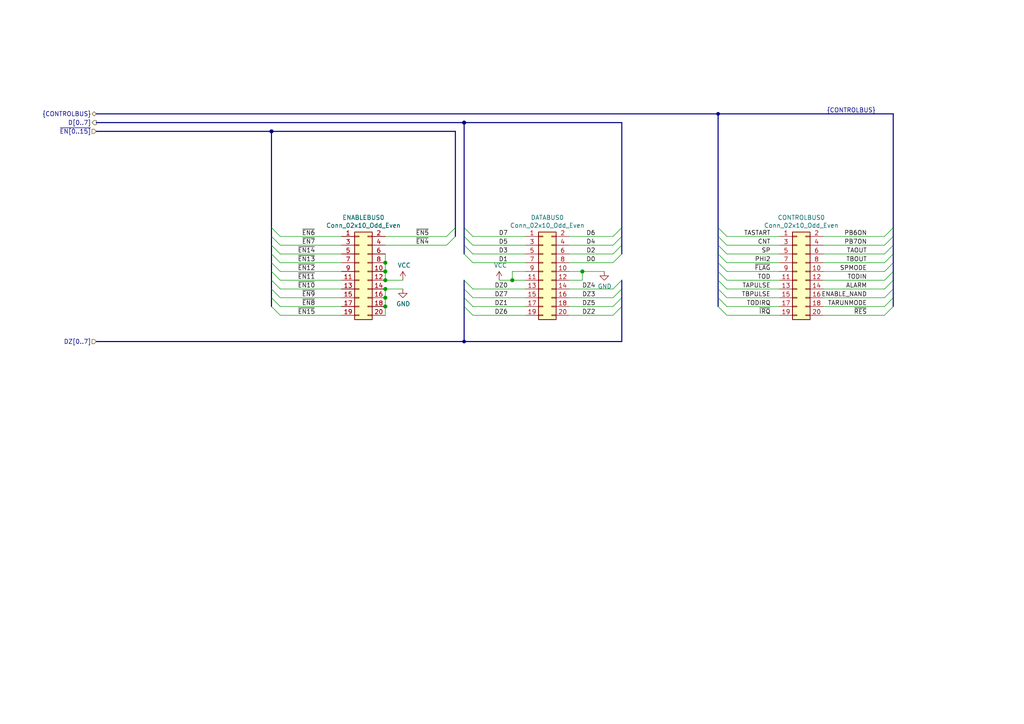
<source format=kicad_sch>
(kicad_sch (version 20211123) (generator eeschema)
  (paper "A4")
  (title_block (title "74HCT6526 Board 0") (date "2021-01-03") (rev "0.3") (company "Daniel Molina") (comment 1 "https://github.com/dmolinagarcia/74HCT6526"))
  (lib_symbols
    (symbol "Connector_Generic:Conn_02x10_Odd_Even" (pin_names (offset 1.016) hide)
      (property "Reference" "J" (at 1.27 12.7 0))
      (property "Value" "Conn_02x10_Odd_Even" (at 1.27 -15.24 0))
      (symbol "Conn_02x10_Odd_Even_1_1"
        (rectangle (start -1.27 -12.573) (end 0 -12.827) (stroke (width 0.1524)))
        (rectangle (start -1.27 -10.033) (end 0 -10.287) (stroke (width 0.1524)))
        (rectangle (start -1.27 -7.493) (end 0 -7.747) (stroke (width 0.1524)))
        (rectangle (start -1.27 -4.953) (end 0 -5.207) (stroke (width 0.1524)))
        (rectangle (start -1.27 -2.413) (end 0 -2.667) (stroke (width 0.1524)))
        (rectangle (start -1.27 0.127) (end 0 -0.127) (stroke (width 0.1524)))
        (rectangle (start -1.27 2.667) (end 0 2.413) (stroke (width 0.1524)))
        (rectangle (start -1.27 5.207) (end 0 4.953) (stroke (width 0.1524)))
        (rectangle (start -1.27 7.747) (end 0 7.493) (stroke (width 0.1524)))
        (rectangle (start -1.27 10.287) (end 0 10.033) (stroke (width 0.1524)))
        (rectangle (start -1.27 11.43) (end 3.81 -13.97) (stroke (width 0.254)) (fill (type background)))
        (rectangle (start 3.81 -12.573) (end 2.54 -12.827) (stroke (width 0.1524)))
        (rectangle (start 3.81 -10.033) (end 2.54 -10.287) (stroke (width 0.1524)))
        (rectangle (start 3.81 -7.493) (end 2.54 -7.747) (stroke (width 0.1524)))
        (rectangle (start 3.81 -4.953) (end 2.54 -5.207) (stroke (width 0.1524)))
        (rectangle (start 3.81 -2.413) (end 2.54 -2.667) (stroke (width 0.1524)))
        (rectangle (start 3.81 0.127) (end 2.54 -0.127) (stroke (width 0.1524)))
        (rectangle (start 3.81 2.667) (end 2.54 2.413) (stroke (width 0.1524)))
        (rectangle (start 3.81 5.207) (end 2.54 4.953) (stroke (width 0.1524)))
        (rectangle (start 3.81 7.747) (end 2.54 7.493) (stroke (width 0.1524)))
        (rectangle (start 3.81 10.287) (end 2.54 10.033) (stroke (width 0.1524)))
        (pin passive line (at -5.08 10.16 0) (length 3.81) (name "Pin_1") (number "1"))
        (pin passive line (at 7.62 0 180) (length 3.81) (name "Pin_10") (number "10"))
        (pin passive line (at -5.08 -2.54 0) (length 3.81) (name "Pin_11") (number "11"))
        (pin passive line (at 7.62 -2.54 180) (length 3.81) (name "Pin_12") (number "12"))
        (pin passive line (at -5.08 -5.08 0) (length 3.81) (name "Pin_13") (number "13"))
        (pin passive line (at 7.62 -5.08 180) (length 3.81) (name "Pin_14") (number "14"))
        (pin passive line (at -5.08 -7.62 0) (length 3.81) (name "Pin_15") (number "15"))
        (pin passive line (at 7.62 -7.62 180) (length 3.81) (name "Pin_16") (number "16"))
        (pin passive line (at -5.08 -10.16 0) (length 3.81) (name "Pin_17") (number "17"))
        (pin passive line (at 7.62 -10.16 180) (length 3.81) (name "Pin_18") (number "18"))
        (pin passive line (at -5.08 -12.7 0) (length 3.81) (name "Pin_19") (number "19"))
        (pin passive line (at 7.62 10.16 180) (length 3.81) (name "Pin_2") (number "2"))
        (pin passive line (at 7.62 -12.7 180) (length 3.81) (name "Pin_20") (number "20"))
        (pin passive line (at -5.08 7.62 0) (length 3.81) (name "Pin_3") (number "3"))
        (pin passive line (at 7.62 7.62 180) (length 3.81) (name "Pin_4") (number "4"))
        (pin passive line (at -5.08 5.08 0) (length 3.81) (name "Pin_5") (number "5"))
        (pin passive line (at 7.62 5.08 180) (length 3.81) (name "Pin_6") (number "6"))
        (pin passive line (at -5.08 2.54 0) (length 3.81) (name "Pin_7") (number "7"))
        (pin passive line (at 7.62 2.54 180) (length 3.81) (name "Pin_8") (number "8"))
        (pin passive line (at -5.08 0 0) (length 3.81) (name "Pin_9") (number "9"))
      )
    )
    (symbol "power:GND" (power) (pin_names (offset 0))
      (property "Value" "GND" (at 0 -3.81 0))
      (symbol "GND_0_1"
        (polyline (pts (xy 0 0) (xy 0 -1.27) (xy 1.27 -1.27) (xy 0 -2.54) (xy -1.27 -1.27) (xy 0 -1.27)))
      )
      (symbol "GND_1_1"
        (pin power_in line (at 0 0 270) (length 0) hide (name "GND") (number "1"))
      )
    )
    (symbol "power:VCC" (power) (pin_names (offset 0))
      (property "Value" "VCC" (at 0 3.81 0))
      (symbol "VCC_0_1"
        (polyline (pts (xy -0.762 1.27) (xy 0 2.54)))
        (polyline (pts (xy 0 0) (xy 0 2.54)))
        (polyline (pts (xy 0 2.54) (xy 0.762 1.27)))
      )
      (symbol "VCC_1_1"
        (pin power_in line (at 0 0 90) (length 0) hide (name "VCC") (number "1"))
      )
    )
  )
  (junction (at 111.76 81.28) (diameter 1.016))
  (junction (at 111.76 88.9) (diameter 1.016))
  (junction (at 111.76 86.36) (diameter 1.016))
  (junction (at 111.76 83.82) (diameter 1.016))
  (junction (at 134.62 35.56) (diameter 1.016))
  (junction (at 208.28 33.02) (diameter 0.9144))
  (junction (at 168.91 78.74) (diameter 1.016))
  (junction (at 134.62 99.06))
  (junction (at 78.74 38.1) (diameter 1.016))
  (junction (at 111.76 76.2) (diameter 1.016))
  (junction (at 111.76 78.74) (diameter 1.016))
  (junction (at 148.59 81.28) (diameter 1.016))
  (bus_entry (at 208.28 81.28) (size 2.54 2.54) (stroke (width 0.1524)))
  (bus_entry (at 208.28 76.2) (size 2.54 2.54) (stroke (width 0.1524)))
  (bus_entry (at 78.74 71.12) (size 2.54 2.54) (stroke (width 0.1524)))
  (bus_entry (at 132.08 68.58) (size -2.54 2.54) (stroke (width 0.1524)))
  (bus_entry (at 259.08 86.36) (size -2.54 2.54) (stroke (width 0.1524)))
  (bus_entry (at 180.34 66.04) (size -2.54 2.54) (stroke (width 0.1524)))
  (bus_entry (at 180.34 81.28) (size -2.54 2.54) (stroke (width 0.1524)))
  (bus_entry (at 208.28 83.82) (size 2.54 2.54) (stroke (width 0.1524)))
  (bus_entry (at 208.28 66.04) (size 2.54 2.54) (stroke (width 0.1524)))
  (bus_entry (at 259.08 83.82) (size -2.54 2.54) (stroke (width 0.1524)))
  (bus_entry (at 259.08 78.74) (size -2.54 2.54) (stroke (width 0.1524)))
  (bus_entry (at 78.74 83.82) (size 2.54 2.54) (stroke (width 0.1524)))
  (bus_entry (at 208.28 73.66) (size 2.54 2.54) (stroke (width 0.1524)))
  (bus_entry (at 180.34 88.9) (size -2.54 2.54) (stroke (width 0.1524)))
  (bus_entry (at 259.08 88.9) (size -2.54 2.54) (stroke (width 0.1524)))
  (bus_entry (at 78.74 81.28) (size 2.54 2.54) (stroke (width 0.1524)))
  (bus_entry (at 208.28 68.58) (size 2.54 2.54) (stroke (width 0.1524)))
  (bus_entry (at 78.74 76.2) (size 2.54 2.54) (stroke (width 0.1524)))
  (bus_entry (at 180.34 86.36) (size -2.54 2.54) (stroke (width 0.1524)))
  (bus_entry (at 134.62 88.9) (size 2.54 2.54) (stroke (width 0.1524)))
  (bus_entry (at 180.34 68.58) (size -2.54 2.54) (stroke (width 0.1524)))
  (bus_entry (at 78.74 68.58) (size 2.54 2.54) (stroke (width 0.1524)))
  (bus_entry (at 134.62 66.04) (size 2.54 2.54) (stroke (width 0.1524)))
  (bus_entry (at 134.62 71.12) (size 2.54 2.54) (stroke (width 0.1524)))
  (bus_entry (at 259.08 81.28) (size -2.54 2.54) (stroke (width 0.1524)))
  (bus_entry (at 180.34 83.82) (size -2.54 2.54) (stroke (width 0.1524)))
  (bus_entry (at 180.34 73.66) (size -2.54 2.54) (stroke (width 0.1524)))
  (bus_entry (at 78.74 88.9) (size 2.54 2.54) (stroke (width 0.1524)))
  (bus_entry (at 134.62 83.82) (size 2.54 2.54) (stroke (width 0.1524)))
  (bus_entry (at 78.74 66.04) (size 2.54 2.54) (stroke (width 0.1524)))
  (bus_entry (at 134.62 86.36) (size 2.54 2.54) (stroke (width 0.1524)))
  (bus_entry (at 208.28 78.74) (size 2.54 2.54) (stroke (width 0.1524)))
  (bus_entry (at 259.08 76.2) (size -2.54 2.54) (stroke (width 0.1524)))
  (bus_entry (at 259.08 73.66) (size -2.54 2.54) (stroke (width 0.1524)))
  (bus_entry (at 78.74 86.36) (size 2.54 2.54) (stroke (width 0.1524)))
  (bus_entry (at 78.74 78.74) (size 2.54 2.54) (stroke (width 0.1524)))
  (bus_entry (at 78.74 73.66) (size 2.54 2.54) (stroke (width 0.1524)))
  (bus_entry (at 259.08 68.58) (size -2.54 2.54) (stroke (width 0.1524)))
  (bus_entry (at 208.28 88.9) (size 2.54 2.54) (stroke (width 0.1524)))
  (bus_entry (at 208.28 86.36) (size 2.54 2.54) (stroke (width 0.1524)))
  (bus_entry (at 259.08 66.04) (size -2.54 2.54) (stroke (width 0.1524)))
  (bus_entry (at 180.34 71.12) (size -2.54 2.54) (stroke (width 0.1524)))
  (bus_entry (at 134.62 81.28) (size 2.54 2.54) (stroke (width 0.1524)))
  (bus_entry (at 134.62 73.66) (size 2.54 2.54) (stroke (width 0.1524)))
  (bus_entry (at 132.08 66.04) (size -2.54 2.54) (stroke (width 0.1524)))
  (bus_entry (at 134.62 68.58) (size 2.54 2.54) (stroke (width 0.1524)))
  (bus_entry (at 259.08 71.12) (size -2.54 2.54) (stroke (width 0.1524)))
  (bus_entry (at 208.28 71.12) (size 2.54 2.54) (stroke (width 0.1524)))
  (wire (pts (xy 210.82 78.74) (xy 226.06 78.74)))
  (wire (pts (xy 81.28 76.2) (xy 99.06 76.2)))
  (bus (pts (xy 180.34 81.28) (xy 180.34 83.82)))
  (wire (pts (xy 81.28 71.12) (xy 99.06 71.12)))
  (wire (pts (xy 238.76 86.36) (xy 256.54 86.36)))
  (wire (pts (xy 165.1 76.2) (xy 177.8 76.2)))
  (bus (pts (xy 208.28 66.04) (xy 208.28 68.58)))
  (bus (pts (xy 134.62 68.58) (xy 134.62 71.12)))
  (bus (pts (xy 78.74 71.12) (xy 78.74 73.66)))
  (bus (pts (xy 208.28 78.74) (xy 208.28 81.28)))
  (bus (pts (xy 208.28 33.02) (xy 259.08 33.02)))
  (bus (pts (xy 132.08 38.1) (xy 132.08 66.04)))
  (bus (pts (xy 78.74 68.58) (xy 78.74 71.12)))
  (bus (pts (xy 78.74 86.36) (xy 78.74 88.9)))
  (bus (pts (xy 208.28 81.28) (xy 208.28 83.82)))
  (bus (pts (xy 134.62 83.82) (xy 134.62 86.36)))
  (wire (pts (xy 137.16 86.36) (xy 152.4 86.36)))
  (bus (pts (xy 259.08 71.12) (xy 259.08 73.66)))
  (wire (pts (xy 111.76 81.28) (xy 116.84 81.28)))
  (wire (pts (xy 137.16 71.12) (xy 152.4 71.12)))
  (bus (pts (xy 134.62 99.06) (xy 134.62 88.9)))
  (wire (pts (xy 238.76 78.74) (xy 256.54 78.74)))
  (wire (pts (xy 81.28 88.9) (xy 99.06 88.9)))
  (wire (pts (xy 165.1 78.74) (xy 168.91 78.74)))
  (wire (pts (xy 137.16 68.58) (xy 152.4 68.58)))
  (wire (pts (xy 210.82 83.82) (xy 226.06 83.82)))
  (bus (pts (xy 132.08 66.04) (xy 132.08 68.58)))
  (wire (pts (xy 210.82 73.66) (xy 226.06 73.66)))
  (wire (pts (xy 111.76 86.36) (xy 111.76 88.9)))
  (bus (pts (xy 208.28 33.02) (xy 208.28 66.04)))
  (bus (pts (xy 134.62 99.06) (xy 180.34 99.06)))
  (bus (pts (xy 208.28 83.82) (xy 208.28 86.36)))
  (wire (pts (xy 165.1 73.66) (xy 177.8 73.66)))
  (wire (pts (xy 165.1 81.28) (xy 168.91 81.28)))
  (wire (pts (xy 137.16 73.66) (xy 152.4 73.66)))
  (wire (pts (xy 137.16 88.9) (xy 152.4 88.9)))
  (wire (pts (xy 81.28 81.28) (xy 99.06 81.28)))
  (wire (pts (xy 137.16 76.2) (xy 152.4 76.2)))
  (wire (pts (xy 148.59 78.74) (xy 148.59 81.28)))
  (wire (pts (xy 148.59 81.28) (xy 152.4 81.28)))
  (wire (pts (xy 111.76 71.12) (xy 129.54 71.12)))
  (bus (pts (xy 78.74 66.04) (xy 78.74 68.58)))
  (wire (pts (xy 238.76 68.58) (xy 256.54 68.58)))
  (wire (pts (xy 111.76 83.82) (xy 116.84 83.82)))
  (wire (pts (xy 165.1 71.12) (xy 177.8 71.12)))
  (bus (pts (xy 134.62 71.12) (xy 134.62 73.66)))
  (wire (pts (xy 238.76 76.2) (xy 256.54 76.2)))
  (bus (pts (xy 27.94 35.56) (xy 134.62 35.56)))
  (wire (pts (xy 111.76 83.82) (xy 111.76 86.36)))
  (bus (pts (xy 134.62 86.36) (xy 134.62 88.9)))
  (wire (pts (xy 210.82 88.9) (xy 226.06 88.9)))
  (wire (pts (xy 111.76 68.58) (xy 129.54 68.58)))
  (bus (pts (xy 259.08 66.04) (xy 259.08 68.58)))
  (bus (pts (xy 180.34 66.04) (xy 180.34 68.58)))
  (wire (pts (xy 210.82 91.44) (xy 226.06 91.44)))
  (wire (pts (xy 81.28 78.74) (xy 99.06 78.74)))
  (bus (pts (xy 78.74 81.28) (xy 78.74 83.82)))
  (bus (pts (xy 208.28 71.12) (xy 208.28 73.66)))
  (wire (pts (xy 111.76 76.2) (xy 111.76 78.74)))
  (wire (pts (xy 210.82 71.12) (xy 226.06 71.12)))
  (bus (pts (xy 259.08 83.82) (xy 259.08 86.36)))
  (bus (pts (xy 259.08 78.74) (xy 259.08 81.28)))
  (wire (pts (xy 81.28 83.82) (xy 99.06 83.82)))
  (wire (pts (xy 165.1 86.36) (xy 177.8 86.36)))
  (bus (pts (xy 134.62 35.56) (xy 134.62 66.04)))
  (wire (pts (xy 210.82 76.2) (xy 226.06 76.2)))
  (wire (pts (xy 148.59 78.74) (xy 152.4 78.74)))
  (wire (pts (xy 81.28 73.66) (xy 99.06 73.66)))
  (wire (pts (xy 238.76 91.44) (xy 256.54 91.44)))
  (bus (pts (xy 78.74 73.66) (xy 78.74 76.2)))
  (wire (pts (xy 165.1 83.82) (xy 177.8 83.82)))
  (bus (pts (xy 259.08 68.58) (xy 259.08 71.12)))
  (wire (pts (xy 238.76 81.28) (xy 256.54 81.28)))
  (wire (pts (xy 137.16 91.44) (xy 152.4 91.44)))
  (wire (pts (xy 111.76 78.74) (xy 111.76 81.28)))
  (bus (pts (xy 78.74 38.1) (xy 132.08 38.1)))
  (wire (pts (xy 81.28 86.36) (xy 99.06 86.36)))
  (wire (pts (xy 238.76 83.82) (xy 256.54 83.82)))
  (bus (pts (xy 259.08 86.36) (xy 259.08 88.9)))
  (wire (pts (xy 165.1 88.9) (xy 177.8 88.9)))
  (bus (pts (xy 180.34 35.56) (xy 180.34 66.04)))
  (bus (pts (xy 208.28 86.36) (xy 208.28 88.9)))
  (bus (pts (xy 27.94 33.02) (xy 208.28 33.02)))
  (wire (pts (xy 238.76 73.66) (xy 256.54 73.66)))
  (bus (pts (xy 180.34 86.36) (xy 180.34 88.9)))
  (bus (pts (xy 180.34 83.82) (xy 180.34 86.36)))
  (wire (pts (xy 111.76 88.9) (xy 111.76 91.44)))
  (wire (pts (xy 168.91 78.74) (xy 175.26 78.74)))
  (wire (pts (xy 81.28 91.44) (xy 99.06 91.44)))
  (wire (pts (xy 210.82 68.58) (xy 226.06 68.58)))
  (bus (pts (xy 180.34 68.58) (xy 180.34 71.12)))
  (bus (pts (xy 259.08 33.02) (xy 259.08 66.04)))
  (wire (pts (xy 81.28 68.58) (xy 99.06 68.58)))
  (wire (pts (xy 137.16 83.82) (xy 152.4 83.82)))
  (wire (pts (xy 210.82 81.28) (xy 226.06 81.28)))
  (bus (pts (xy 180.34 99.06) (xy 180.34 88.9)))
  (bus (pts (xy 259.08 76.2) (xy 259.08 78.74)))
  (bus (pts (xy 208.28 76.2) (xy 208.28 78.74)))
  (wire (pts (xy 165.1 68.58) (xy 177.8 68.58)))
  (wire (pts (xy 238.76 88.9) (xy 256.54 88.9)))
  (bus (pts (xy 208.28 68.58) (xy 208.28 71.12)))
  (bus (pts (xy 259.08 81.28) (xy 259.08 83.82)))
  (wire (pts (xy 144.78 81.28) (xy 148.59 81.28)))
  (bus (pts (xy 27.94 38.1) (xy 78.74 38.1)))
  (bus (pts (xy 78.74 76.2) (xy 78.74 78.74)))
  (bus (pts (xy 78.74 78.74) (xy 78.74 81.28)))
  (bus (pts (xy 134.62 81.28) (xy 134.62 83.82)))
  (wire (pts (xy 238.76 71.12) (xy 256.54 71.12)))
  (bus (pts (xy 78.74 83.82) (xy 78.74 86.36)))
  (bus (pts (xy 208.28 73.66) (xy 208.28 76.2)))
  (wire (pts (xy 210.82 86.36) (xy 226.06 86.36)))
  (wire (pts (xy 111.76 73.66) (xy 111.76 76.2)))
  (wire (pts (xy 165.1 91.44) (xy 177.8 91.44)))
  (bus (pts (xy 27.94 99.06) (xy 134.62 99.06)))
  (bus (pts (xy 134.62 35.56) (xy 180.34 35.56)))
  (wire (pts (xy 168.91 78.74) (xy 168.91 81.28)))
  (bus (pts (xy 134.62 66.04) (xy 134.62 68.58)))
  (bus (pts (xy 180.34 71.12) (xy 180.34 73.66)))
  (bus (pts (xy 78.74 38.1) (xy 78.74 66.04)))
  (bus (pts (xy 259.08 73.66) (xy 259.08 76.2)))
  (label "CNT" (at 223.52 71.12 180))
  (label "~{EN9}" (at 91.44 86.36 180))
  (label "DZ0" (at 147.32 83.82 180))
  (label "~{EN10}" (at 91.44 83.82 180))
  (label "ENABLE_NAND" (at 251.46 86.36 180))
  (label "DZ2" (at 172.72 91.44 180))
  (label "DZ5" (at 172.72 88.9 180))
  (label "D7" (at 147.32 68.58 180))
  (label "SPMODE" (at 251.46 78.74 180))
  (label "~{EN15}" (at 91.44 91.44 180))
  (label "~{EN7}" (at 91.44 71.12 180))
  (label "~{EN13}" (at 91.44 76.2 180))
  (label "PHI2" (at 223.52 76.2 180))
  (label "{CONTROLBUS}" (at 254 33.02 180))
  (label "DZ3" (at 172.72 86.36 180))
  (label "TAPULSE" (at 223.52 83.82 180))
  (label "TODIRQ" (at 223.52 88.9 180))
  (label "D6" (at 172.72 68.58 180))
  (label "D4" (at 172.72 71.12 180))
  (label "D3" (at 147.32 73.66 180))
  (label "SP" (at 223.52 73.66 180))
  (label "DZ7" (at 147.32 86.36 180))
  (label "ALARM" (at 251.46 83.82 180))
  (label "TARUNMODE" (at 251.46 88.9 180))
  (label "~{EN12}" (at 91.44 78.74 180))
  (label "DZ4" (at 172.72 83.82 180))
  (label "~{RES}" (at 251.46 91.44 180))
  (label "D0" (at 172.72 76.2 180))
  (label "DZ1" (at 147.32 88.9 180))
  (label "TBOUT" (at 251.46 76.2 180))
  (label "PB7ON" (at 251.46 71.12 180))
  (label "PB6ON" (at 251.46 68.58 180))
  (label "~{EN14}" (at 91.44 73.66 180))
  (label "~{FLAG}" (at 223.52 78.74 180))
  (label "~{EN5}" (at 124.46 68.58 180))
  (label "~{EN4}" (at 124.46 71.12 180))
  (label "D2" (at 172.72 73.66 180))
  (label "~{IRQ}" (at 223.52 91.44 180))
  (label "~{EN8}" (at 91.44 88.9 180))
  (label "~{EN11}" (at 91.44 81.28 180))
  (label "TBPULSE" (at 223.52 86.36 180))
  (label "TAOUT" (at 251.46 73.66 180))
  (label "DZ6" (at 147.32 91.44 180))
  (label "D1" (at 147.32 76.2 180))
  (label "D5" (at 147.32 71.12 180))
  (label "~{EN6}" (at 91.44 68.58 180))
  (label "TOD" (at 223.52 81.28 180))
  (label "TASTART" (at 223.52 68.58 180))
  (label "TODIN" (at 251.46 81.28 180))
  (hierarchical_label "{CONTROLBUS}" (shape bidirectional) (at 27.94 33.02 180))
  (hierarchical_label "DZ[0..7]" (shape input) (at 27.94 99.06 180))
  (hierarchical_label "~{EN[0..15]}" (shape input) (at 27.94 38.1 180))
  (hierarchical_label "D[0..7]" (shape output) (at 27.94 35.56 180))
  (symbol (lib_id "power:GND") (at 116.84 83.82 0) (unit 1)
    (property "Reference" "#PWR070" (effects hide))
    (property "Value" "GND" (at 116.9543 88.1444 0))
  )
  (symbol (lib_id "Connector_Generic:Conn_02x10_Odd_Even") (at 104.14 78.74 0) (unit 1)
    (property "Reference" "ENABLEBUS0" (at 105.41 63.1 0))
    (property "Value" "Conn_02x10_Odd_Even" (at 105.41 65.3985 0))
    (property "Footprint" "Connector_PinHeader_2.54mm:PinHeader_2x10_P2.54mm_Vertical" (effects hide))
  )
  (symbol (lib_id "power:VCC") (at 144.78 81.28 0) (unit 1)
    (property "Reference" "#PWR071" (effects hide))
    (property "Value" "VCC" (at 145.1483 76.9556 0))
  )
  (symbol (lib_id "Connector_Generic:Conn_02x10_Odd_Even") (at 231.14 78.74 0) (unit 1)
    (property "Reference" "CONTROLBUS0" (at 232.41 63.1 0))
    (property "Value" "Conn_02x10_Odd_Even" (at 232.41 65.3985 0))
    (property "Footprint" "Connector_PinHeader_2.54mm:PinHeader_2x10_P2.54mm_Vertical" (effects hide))
  )
  (symbol (lib_id "Connector_Generic:Conn_02x10_Odd_Even") (at 157.48 78.74 0) (unit 1)
    (property "Reference" "DATABUS0" (at 158.75 63.1 0))
    (property "Value" "Conn_02x10_Odd_Even" (at 158.75 65.3985 0))
    (property "Footprint" "Connector_PinHeader_2.54mm:PinHeader_2x10_P2.54mm_Vertical" (effects hide))
  )
  (symbol (lib_id "power:GND") (at 175.26 78.74 0) (unit 1)
    (property "Reference" "#PWR072" (effects hide))
    (property "Value" "GND" (at 175.3743 83.0644 0))
  )
  (symbol (lib_id "power:VCC") (at 116.84 81.28 0) (unit 1)
    (property "Reference" "#PWR069" (effects hide))
    (property "Value" "VCC" (at 117.2083 76.9556 0))
  )
)
</source>
